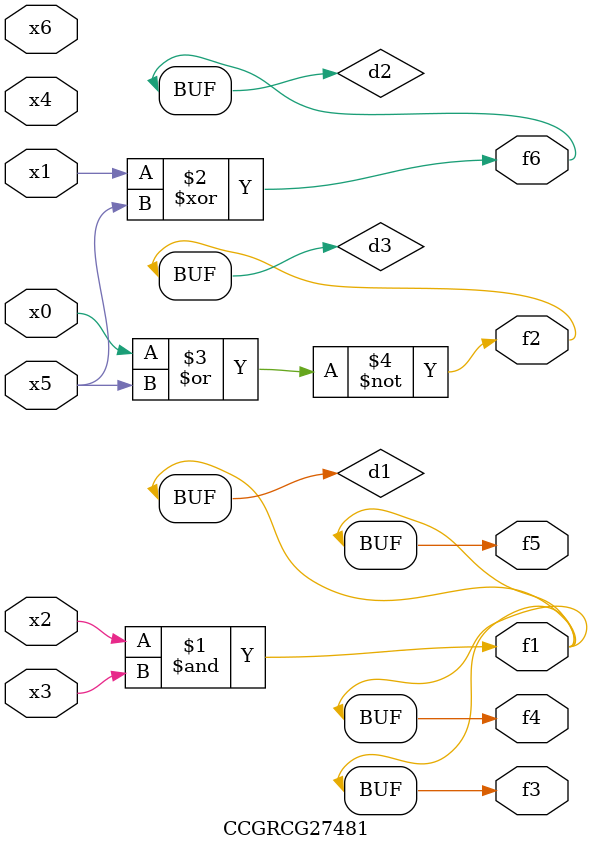
<source format=v>
module CCGRCG27481(
	input x0, x1, x2, x3, x4, x5, x6,
	output f1, f2, f3, f4, f5, f6
);

	wire d1, d2, d3;

	and (d1, x2, x3);
	xor (d2, x1, x5);
	nor (d3, x0, x5);
	assign f1 = d1;
	assign f2 = d3;
	assign f3 = d1;
	assign f4 = d1;
	assign f5 = d1;
	assign f6 = d2;
endmodule

</source>
